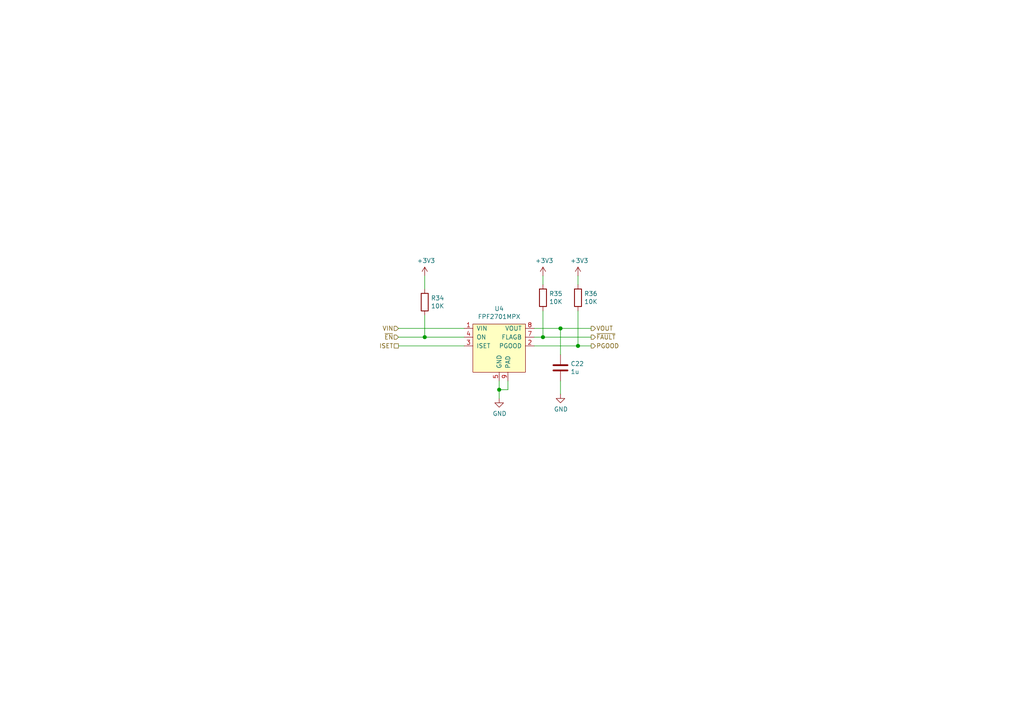
<source format=kicad_sch>
(kicad_sch (version 20201015) (generator eeschema)
  (paper "A4")
  (lib_symbols
    (symbol "Device:C" (pin_numbers hide) (pin_names (offset 0.254))
      (property "Reference" "C" (at 0.635 2.54 0))
      (property "Value" "C" (at 0.635 -2.54 0))
      (symbol "C_0_1"
        (polyline (pts (xy -2.032 -0.762) (xy 2.032 -0.762)) (stroke (width 0.508)))
        (polyline (pts (xy -2.032 0.762) (xy 2.032 0.762)) (stroke (width 0.508)))
      )
      (symbol "C_1_1"
        (pin passive line (at 0 3.81 270) (length 2.794) (name "~") (number "1"))
        (pin passive line (at 0 -3.81 90) (length 2.794) (name "~") (number "2"))
      )
    )
    (symbol "Device:R" (pin_numbers hide) (pin_names (offset 0))
      (property "Reference" "R" (at 2.032 0 90))
      (property "Value" "R" (at 0 0 90))
      (symbol "R_0_1"
        (rectangle (start -1.016 -2.54) (end 1.016 2.54) (stroke (width 0.254)))
      )
      (symbol "R_1_1"
        (pin passive line (at 0 3.81 270) (length 1.27) (name "~") (number "1"))
        (pin passive line (at 0 -3.81 90) (length 1.27) (name "~") (number "2"))
      )
    )
    (symbol "IC_WUT:FPF270xMPX" (pin_names (offset 1.016))
      (property "Reference" "U" (at 2.54 5.08 0))
      (property "Value" "FPF270xMPX" (at 10.16 -11.43 0))
      (symbol "FPF270xMPX_0_1"
        (rectangle (start -7.62 3.81) (end 7.62 -10.16) (fill (type background)))
      )
      (symbol "FPF270xMPX_1_1"
        (pin power_in line (at -10.16 2.54 0) (length 2.54) (name "VIN") (number "1"))
        (pin open_collector line (at 10.16 -2.54 180) (length 2.54) (name "PGOOD") (number "2"))
        (pin input line (at -10.16 -2.54 0) (length 2.54) (name "ISET") (number "3"))
        (pin input line (at -10.16 0 0) (length 2.54) (name "ON") (number "4"))
        (pin power_in line (at 0 -12.7 90) (length 2.54) (name "GND") (number "5"))
        (pin open_collector line (at 10.16 0 180) (length 2.54) (name "FLAGB") (number "7"))
        (pin power_out line (at 10.16 2.54 180) (length 2.54) (name "VOUT") (number "8"))
        (pin power_in line (at 2.54 -12.7 90) (length 2.54) (name "PAD") (number "9"))
      )
    )
    (symbol "power:+3.3V" (power) (pin_names (offset 0))
      (property "Value" "+3.3V" (at 0 3.556 0))
      (symbol "+3.3V_0_1"
        (polyline (pts (xy -0.762 1.27) (xy 0 2.54)))
        (polyline (pts (xy 0 0) (xy 0 2.54)))
        (polyline (pts (xy 0 2.54) (xy 0.762 1.27)))
      )
      (symbol "+3.3V_1_1"
        (pin power_in line (at 0 0 90) (length 0) hide (name "+3V3") (number "1"))
      )
    )
    (symbol "power:GND" (power) (pin_names (offset 0))
      (property "Value" "GND" (at 0 -3.81 0))
      (symbol "GND_0_1"
        (polyline (pts (xy 0 0) (xy 0 -1.27) (xy 1.27 -1.27) (xy 0 -2.54) (xy -1.27 -1.27) (xy 0 -1.27)))
      )
      (symbol "GND_1_1"
        (pin power_in line (at 0 0 270) (length 0) hide (name "GND") (number "1"))
      )
    )
  )
  (junction (at 123.19 97.79) (diameter 1.016))
  (junction (at 144.78 113.03) (diameter 1.016))
  (junction (at 157.48 97.79) (diameter 1.016))
  (junction (at 162.56 95.25) (diameter 1.016))
  (junction (at 167.64 100.33) (diameter 1.016))
  (wire (pts (xy 115.57 97.79) (xy 123.19 97.79)))
  (wire (pts (xy 115.57 100.33) (xy 134.62 100.33)))
  (wire (pts (xy 123.19 80.01) (xy 123.19 83.82)))
  (wire (pts (xy 123.19 91.44) (xy 123.19 97.79)))
  (wire (pts (xy 123.19 97.79) (xy 134.62 97.79)))
  (wire (pts (xy 134.62 95.25) (xy 115.57 95.25)))
  (wire (pts (xy 144.78 110.49) (xy 144.78 113.03)))
  (wire (pts (xy 144.78 113.03) (xy 147.32 113.03)))
  (wire (pts (xy 144.78 115.57) (xy 144.78 113.03)))
  (wire (pts (xy 147.32 113.03) (xy 147.32 110.49)))
  (wire (pts (xy 154.94 95.25) (xy 162.56 95.25)))
  (wire (pts (xy 154.94 100.33) (xy 167.64 100.33)))
  (wire (pts (xy 157.48 80.01) (xy 157.48 82.55)))
  (wire (pts (xy 157.48 90.17) (xy 157.48 97.79)))
  (wire (pts (xy 157.48 97.79) (xy 154.94 97.79)))
  (wire (pts (xy 157.48 97.79) (xy 171.45 97.79)))
  (wire (pts (xy 162.56 95.25) (xy 171.45 95.25)))
  (wire (pts (xy 162.56 102.87) (xy 162.56 95.25)))
  (wire (pts (xy 162.56 114.3) (xy 162.56 110.49)))
  (wire (pts (xy 167.64 80.01) (xy 167.64 82.55)))
  (wire (pts (xy 167.64 100.33) (xy 167.64 90.17)))
  (wire (pts (xy 167.64 100.33) (xy 171.45 100.33)))
  (hierarchical_label "VIN" (shape input) (at 115.57 95.25 180))
  (hierarchical_label "~EN" (shape input) (at 115.57 97.79 180))
  (hierarchical_label "ISET" (shape passive) (at 115.57 100.33 180))
  (hierarchical_label "VOUT" (shape output) (at 171.45 95.25 0))
  (hierarchical_label "~FAULT" (shape output) (at 171.45 97.79 0))
  (hierarchical_label "PGOOD" (shape output) (at 171.45 100.33 0))
  (symbol (lib_id "power:+3.3V") (at 123.19 80.01 0)
    (property "Reference" "#PWR051" (effects hide))
    (property "Value" "+3.3V" (at 123.571 75.6158 0))
  )
  (symbol (lib_id "power:+3.3V") (at 157.48 80.01 0)
    (property "Reference" "#PWR053" (effects hide))
    (property "Value" "+3.3V" (at 157.861 75.6158 0))
  )
  (symbol (lib_id "power:+3.3V") (at 167.64 80.01 0)
    (property "Reference" "#PWR055" (effects hide))
    (property "Value" "+3.3V" (at 168.021 75.6158 0))
  )
  (symbol (lib_id "power:GND") (at 144.78 115.57 0)
    (property "Reference" "#PWR052" (effects hide))
    (property "Value" "GND" (at 144.907 119.9642 0))
  )
  (symbol (lib_id "power:GND") (at 162.56 114.3 0)
    (property "Reference" "#PWR054" (effects hide))
    (property "Value" "GND" (at 162.687 118.6942 0))
  )
  (symbol (lib_id "Device:R") (at 123.19 87.63 0)
    (property "Reference" "R34" (at 124.968 86.4616 0) (effects (justify left)))
    (property "Value" "10K" (at 124.968 88.773 0) (effects (justify left)))
    (property "Footprint" "Resistor_SMD:R_0603_1608Metric" (effects hide))
  )
  (symbol (lib_id "Device:R") (at 157.48 86.36 0)
    (property "Reference" "R35" (at 159.258 85.1916 0) (effects (justify left)))
    (property "Value" "10K" (at 159.258 87.503 0) (effects (justify left)))
    (property "Footprint" "Resistor_SMD:R_0603_1608Metric" (effects hide))
  )
  (symbol (lib_id "Device:R") (at 167.64 86.36 0)
    (property "Reference" "R36" (at 169.418 85.1916 0) (effects (justify left)))
    (property "Value" "10K" (at 169.418 87.503 0) (effects (justify left)))
    (property "Footprint" "Resistor_SMD:R_0603_1608Metric" (effects hide))
  )
  (symbol (lib_id "Device:C") (at 162.56 106.68 0)
    (property "Reference" "C22" (at 165.481 105.5116 0) (effects (justify left)))
    (property "Value" "1u" (at 165.481 107.823 0) (effects (justify left)))
    (property "Footprint" "Capacitor_SMD:C_0603_1608Metric" (effects hide))
  )
  (symbol (lib_id "IC_WUT:FPF270xMPX") (at 144.78 97.79 0)
    (property "Reference" "U4" (at 144.78 89.535 0))
    (property "Value" "FPF2701MPX" (at 144.78 91.8464 0))
    (property "Footprint" "IC_WUT:WDFN-8-1EP_3x3mm_P0.65mm_EP1.7x2.52mm" (effects hide))
  )
)
</source>
